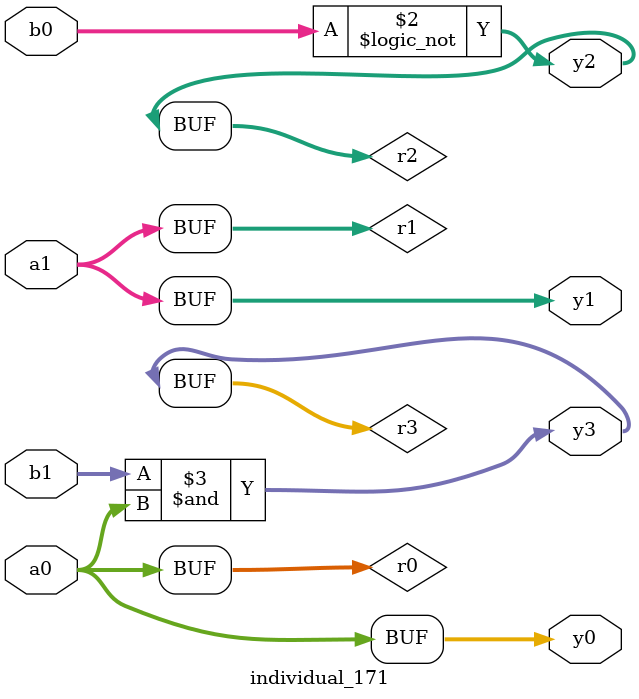
<source format=sv>
module individual_171(input logic [15:0] a1, input logic [15:0] a0, input logic [15:0] b1, input logic [15:0] b0, output logic [15:0] y3, output logic [15:0] y2, output logic [15:0] y1, output logic [15:0] y0);
logic [15:0] r0, r1, r2, r3; 
 always@(*) begin 
	 r0 = a0; r1 = a1; r2 = b0; r3 = b1; 
 	 r2 = ! r2 ;
 	 r3  &=  r0 ;
 	 y3 = r3; y2 = r2; y1 = r1; y0 = r0; 
end
endmodule
</source>
